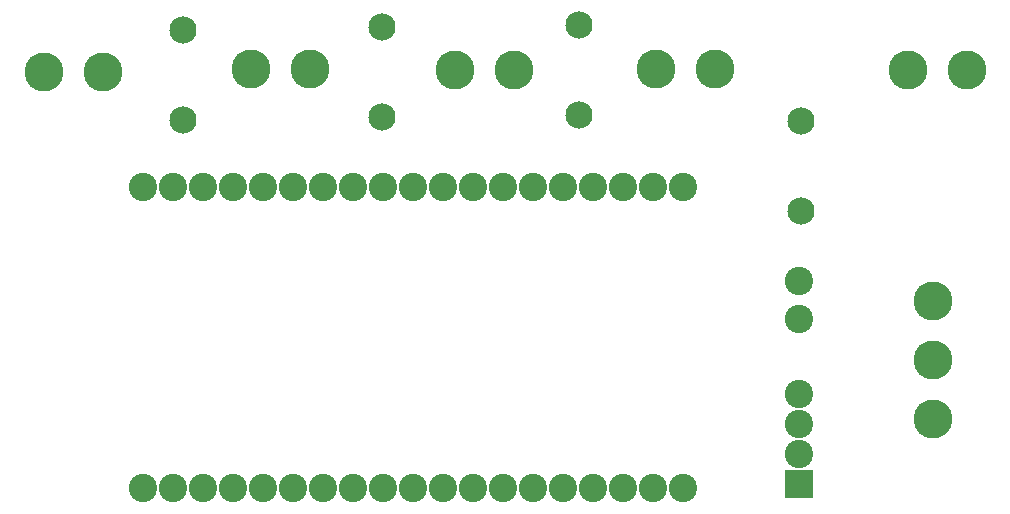
<source format=gts>
G04 Layer: TopSolderMaskLayer*
G04 EasyEDA v6.4.19.4, 2021-06-27T21:00:09+02:00*
G04 fb06414095cb4972a754c1e5e836c03f,10*
G04 Gerber Generator version 0.2*
G04 Scale: 100 percent, Rotated: No, Reflected: No *
G04 Dimensions in millimeters *
G04 leading zeros omitted , absolute positions ,4 integer and 5 decimal *
%FSLAX45Y45*%
%MOMM*%

%ADD24C,2.4032*%
%ADD25R,2.4032X2.4032*%
%ADD26C,3.3016*%
%ADD27C,2.3016*%

%LPD*%
D24*
G01*
X6934200Y2385999D03*
G01*
X6934200Y2057400D03*
D25*
G01*
X6934200Y660400D03*
D24*
G01*
X6934200Y914400D03*
G01*
X6934200Y1168400D03*
G01*
X6934200Y1422400D03*
D26*
G01*
X8064500Y1214501D03*
G01*
X8064500Y1714372D03*
G01*
X8064500Y2214498D03*
G01*
X537413Y4152900D03*
G01*
X1037412Y4152900D03*
G01*
X2290013Y4178300D03*
G01*
X2789986Y4178300D03*
G01*
X4017213Y4165600D03*
G01*
X4517212Y4165600D03*
G01*
X7852613Y4165600D03*
G01*
X8352586Y4165600D03*
G01*
X5719013Y4178300D03*
G01*
X6219012Y4178300D03*
D27*
G01*
X6946900Y3733800D03*
G01*
X6946900Y2971800D03*
G01*
X3403600Y3771900D03*
G01*
X3403600Y4533900D03*
G01*
X1714500Y3746500D03*
G01*
X1714500Y4508500D03*
G01*
X5067300Y3784600D03*
G01*
X5067300Y4546600D03*
D24*
G01*
X5951499Y3177997D03*
G01*
X5697499Y3177997D03*
G01*
X5443499Y3177997D03*
G01*
X5189499Y3177997D03*
G01*
X4935499Y3177997D03*
G01*
X4681499Y3177997D03*
G01*
X4427499Y3177997D03*
G01*
X4173499Y3177997D03*
G01*
X3919499Y3177997D03*
G01*
X3665499Y3177997D03*
G01*
X3411499Y3177997D03*
G01*
X3157499Y3177997D03*
G01*
X2903499Y3177997D03*
G01*
X2649499Y3177997D03*
G01*
X2395499Y3177997D03*
G01*
X2141499Y3177997D03*
G01*
X1887499Y3177997D03*
G01*
X1633499Y3177997D03*
G01*
X1379499Y3177997D03*
G01*
X5951499Y633603D03*
G01*
X5697499Y633603D03*
G01*
X5443499Y633603D03*
G01*
X5189499Y633603D03*
G01*
X4935499Y633603D03*
G01*
X4681499Y633603D03*
G01*
X4427499Y633603D03*
G01*
X4173499Y633603D03*
G01*
X3919499Y633603D03*
G01*
X3665499Y633603D03*
G01*
X3411499Y633603D03*
G01*
X3157499Y633603D03*
G01*
X2903499Y633603D03*
G01*
X2649499Y633603D03*
G01*
X2395499Y633603D03*
G01*
X2141499Y633603D03*
G01*
X1887499Y633603D03*
G01*
X1633499Y633603D03*
G01*
X1379499Y633603D03*
M02*

</source>
